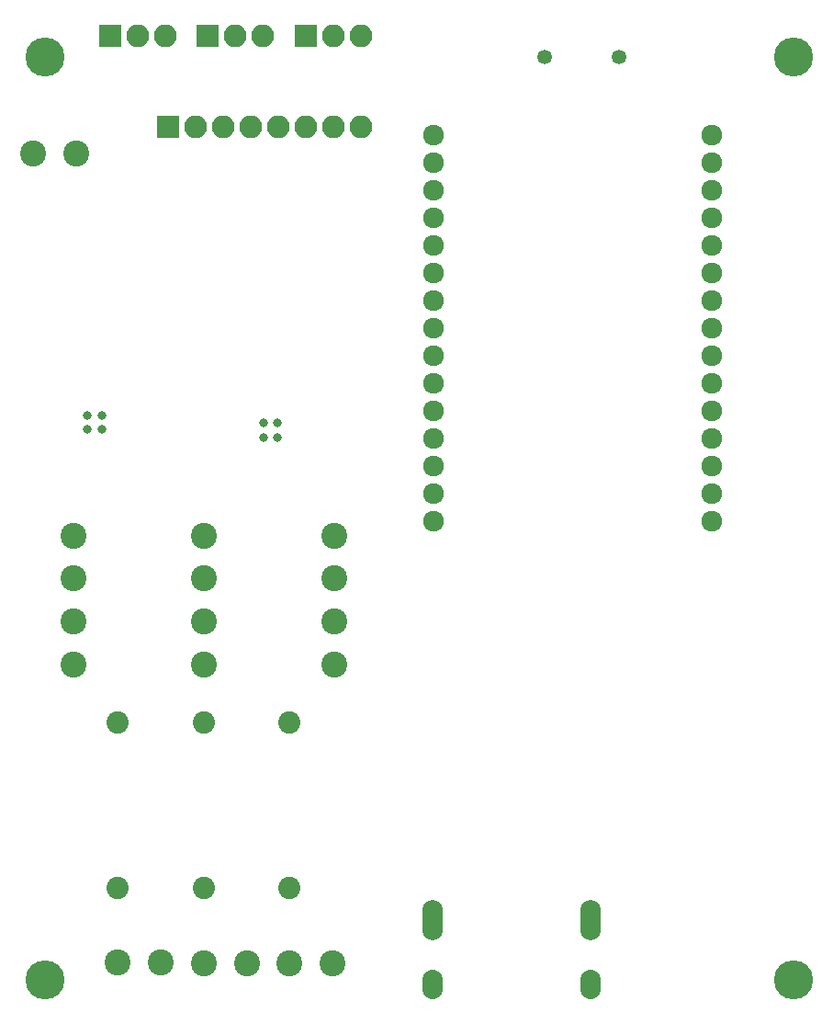
<source format=gbs>
G04 #@! TF.GenerationSoftware,KiCad,Pcbnew,(5.0.0)*
G04 #@! TF.CreationDate,2019-05-30T12:20:16+02:00*
G04 #@! TF.ProjectId,ODMeter,4F444D657465722E6B696361645F7063,rev?*
G04 #@! TF.SameCoordinates,Original*
G04 #@! TF.FileFunction,Soldermask,Bot*
G04 #@! TF.FilePolarity,Negative*
%FSLAX46Y46*%
G04 Gerber Fmt 4.6, Leading zero omitted, Abs format (unit mm)*
G04 Created by KiCad (PCBNEW (5.0.0)) date 05/30/19 12:20:16*
%MOMM*%
%LPD*%
G01*
G04 APERTURE LIST*
%ADD10O,2.100000X2.100000*%
%ADD11R,2.100000X2.100000*%
%ADD12C,1.350000*%
%ADD13O,1.900000X2.700000*%
%ADD14O,1.900000X3.700000*%
%ADD15C,0.800000*%
%ADD16C,2.400000*%
%ADD17C,1.924000*%
%ADD18C,3.600000*%
%ADD19C,2.050000*%
G04 APERTURE END LIST*
D10*
G04 #@! TO.C,J3*
X101080000Y-62450000D03*
X98540000Y-62450000D03*
X96000000Y-62450000D03*
X93460000Y-62450000D03*
X90920000Y-62450000D03*
X88380000Y-62450000D03*
X85840000Y-62450000D03*
D11*
X83300000Y-62450000D03*
G04 #@! TD*
D12*
G04 #@! TO.C,J24*
X124875000Y-55980000D03*
X118075000Y-55980000D03*
G04 #@! TD*
D13*
G04 #@! TO.C,J11*
X122250000Y-141410000D03*
X107750000Y-141410000D03*
D14*
X122250000Y-135450000D03*
X107750000Y-135450000D03*
G04 #@! TD*
D15*
G04 #@! TO.C,U6*
X93400000Y-91000000D03*
X93400000Y-89700000D03*
X92100000Y-89700000D03*
X92100000Y-91000000D03*
G04 #@! TD*
G04 #@! TO.C,U4*
X75900000Y-89000000D03*
X75900000Y-90300000D03*
X77200000Y-90300000D03*
X77200000Y-89000000D03*
G04 #@! TD*
D16*
G04 #@! TO.C,J20*
X70870000Y-64900000D03*
X74830000Y-64900000D03*
G04 #@! TD*
D17*
G04 #@! TO.C,U3*
X133470000Y-98770000D03*
X133470000Y-96230000D03*
X133470000Y-93690000D03*
X133470000Y-91150000D03*
X133470000Y-88610000D03*
X133470000Y-86070000D03*
X133470000Y-83530000D03*
X133470000Y-80990000D03*
X133470000Y-78450000D03*
X133470000Y-75910000D03*
X133470000Y-73370000D03*
X133470000Y-70830000D03*
X133470000Y-68290000D03*
X133470000Y-65750000D03*
X133470000Y-63210000D03*
X107800000Y-63210000D03*
X107800000Y-65750000D03*
X107800000Y-68290000D03*
X107800000Y-70830000D03*
X107800000Y-73370000D03*
X107800000Y-75910000D03*
X107800000Y-78450000D03*
X107800000Y-80990000D03*
X107800000Y-83530000D03*
X107800000Y-86070000D03*
X107800000Y-88610000D03*
X107800000Y-91150000D03*
X107800000Y-93690000D03*
X107800000Y-96230000D03*
X107800000Y-98770000D03*
G04 #@! TD*
D18*
G04 #@! TO.C,REF\002A\002A*
X141000000Y-56000000D03*
G04 #@! TD*
G04 #@! TO.C,REF\002A\002A*
X141000000Y-141000000D03*
G04 #@! TD*
G04 #@! TO.C,REF\002A\002A*
X72000000Y-141000000D03*
G04 #@! TD*
D16*
G04 #@! TO.C,J9*
X78700000Y-139400000D03*
X94540000Y-139500000D03*
X98500000Y-139500000D03*
X90580000Y-139500000D03*
X86620000Y-139500000D03*
X82660000Y-139400000D03*
G04 #@! TD*
D19*
G04 #@! TO.C,R6*
X78700000Y-132520000D03*
X78700000Y-117280000D03*
G04 #@! TD*
D10*
G04 #@! TO.C,J2*
X83080000Y-54000000D03*
X80540000Y-54000000D03*
D11*
X78000000Y-54000000D03*
G04 #@! TD*
D16*
G04 #@! TO.C,J14*
X74620000Y-107980000D03*
X74620000Y-111940000D03*
X74620000Y-104020000D03*
X74620000Y-100060000D03*
G04 #@! TD*
D19*
G04 #@! TO.C,R16*
X86620000Y-132520000D03*
X86620000Y-117280000D03*
G04 #@! TD*
G04 #@! TO.C,R23*
X94540000Y-132520000D03*
X94540000Y-117280000D03*
G04 #@! TD*
D10*
G04 #@! TO.C,J4*
X92080000Y-54000000D03*
X89540000Y-54000000D03*
D11*
X87000000Y-54000000D03*
G04 #@! TD*
D10*
G04 #@! TO.C,J6*
X101080000Y-54000000D03*
X98540000Y-54000000D03*
D11*
X96000000Y-54000000D03*
G04 #@! TD*
D16*
G04 #@! TO.C,J18*
X86620000Y-107980000D03*
X86620000Y-111940000D03*
X86620000Y-104020000D03*
X86620000Y-100060000D03*
G04 #@! TD*
G04 #@! TO.C,J19*
X98620000Y-107980000D03*
X98620000Y-111940000D03*
X98620000Y-104020000D03*
X98620000Y-100060000D03*
G04 #@! TD*
D18*
G04 #@! TO.C,REF\002A\002A*
X72000000Y-56000000D03*
G04 #@! TD*
M02*

</source>
